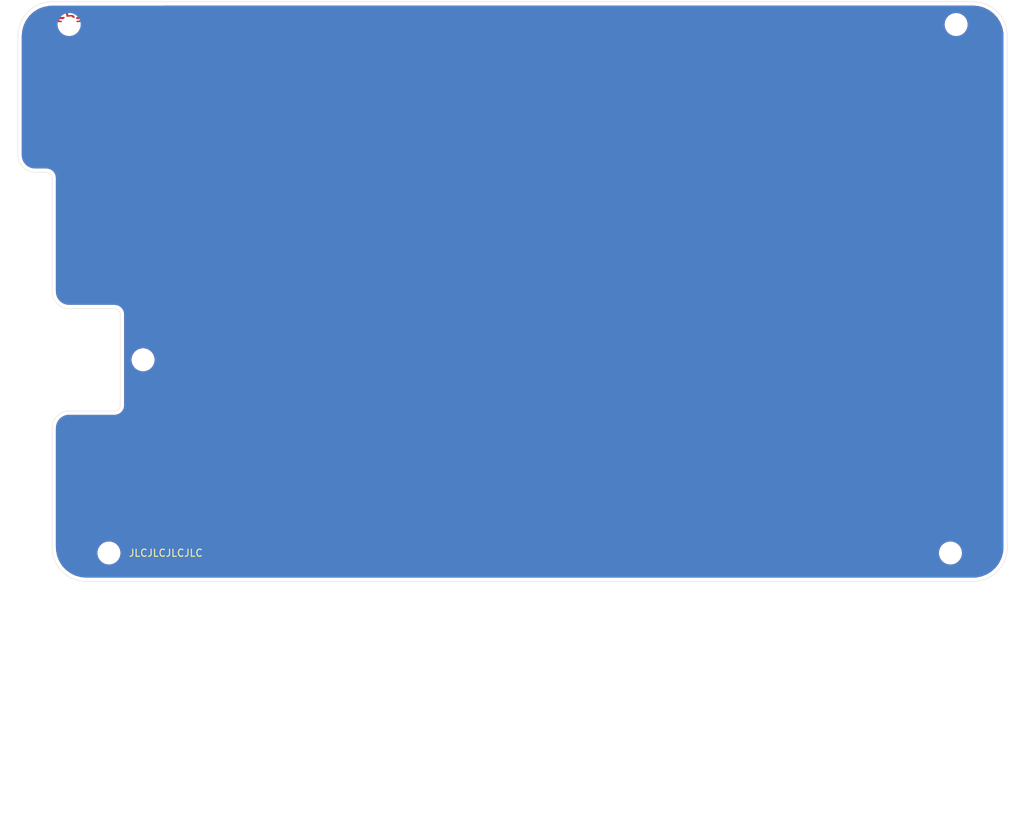
<source format=kicad_pcb>
(kicad_pcb (version 20171130) (host pcbnew 5.1.9)
  (layers (0 F.Cu signal) (31 B.Cu signal) (34 B.Paste user) (35 F.Paste user) (36 B.SilkS user) (37 F.SilkS user) (38 B.Mask user) (39 F.Mask user) (44 Edge.Cuts user))
  (net 0 "")
  (module split45:split45 (layer B.Cu) (at 65.88125 45.24375 180)
    (fp_text reference G*** hide)
    (fp_text value LOGO hide)
  )
  (module split45:logo (layer B.Cu) (at 119.0625 54.76875 180)
    (fp_text reference G*** hide)
    (fp_text value LOGO hide)
  )
  (module split45:withlove (layer B.Cu) (at 54.76875 80.16875 180)
    (fp_text reference G*** hide)
    (fp_text value LOGO hide)
  )
  (module split45:leftpaw (layer F.Cu) (at 67.46875 127)
    (fp_text reference G*** hide)
    (fp_text value LOGO hide)
  )
  (module split45:leftpaw (layer F.Cu) (at 46.0375 103.98125)
    (fp_text reference G*** hide)
    (fp_text value LOGO hide)
  )
  (module split45:leftpaw (layer F.Cu) (at 43.65625 100.0125)
    (fp_text reference G*** hide)
    (fp_text value LOGO hide)
  )
  (module MountingHole:MountingHole_2.2mm_M2 (layer F.Cu) (at 29.36875 91.28125)
    (fp_text reference REF** hide)
    (fp_text value MountingHole_2.2mm_M2)
    (pad 1 np_thru_hole circle (at 0 0) (size 2.2 2.2) (drill 2.2) (layers *.Cu *.Mask))
  )
  (module MountingHole:MountingHole_2.2mm_M2 (layer F.Cu) (at 34.13125 64.29375)
    (fp_text reference REF** hide)
    (fp_text value MountingHole_2.2mm_M2)
    (pad 1 np_thru_hole circle (at 0 0) (size 2.2 2.2) (drill 2.2) (layers *.Cu *.Mask))
  )
  (module MountingHole:MountingHole_2.2mm_M2 (layer F.Cu) (at 23.8125 17.4625)
    (fp_text reference REF** hide)
    (fp_text value MountingHole_2.2mm_M2)
    (pad 1 np_thru_hole circle (at 0 0) (size 2.2 2.2) (drill 2.2) (layers *.Cu *.Mask))
  )
  (module MountingHole:MountingHole_2.2mm_M2 (layer F.Cu) (at 147.6375 17.4625)
    (fp_text reference REF** hide)
    (fp_text value MountingHole_2.2mm_M2)
    (pad 1 np_thru_hole circle (at 0 0) (size 2.2 2.2) (drill 2.2) (layers *.Cu *.Mask))
  )
  (module MountingHole:MountingHole_2.2mm_M2 (layer F.Cu) (at 146.84375 91.28125)
    (fp_text reference REF** hide)
    (fp_text value MountingHole_2.2mm_M2)
    (pad 1 np_thru_hole circle (at 0 0) (size 2.2 2.2) (drill 2.2) (layers *.Cu *.Mask))
  )
  (gr_text JLCJLCJLCJLC (at 37.30625 91.28125) (layer F.SilkS) (effects (font (size 1 1))))
  (gr_text JLCJLCJLCJLC (at 28.575 15.875) (layer F.Cu) (effects (font (size 1.5 1.5) (thickness 0.3))))
  (gr_text JLCJLCJLCJLC (at 28.575 16.66875) (layer F.Cu) (effects (font (size 0.8 1.5) (thickness 0.2))))
  (gr_arc (start 20.6375 38.89375) (end 21.43125 38.89375) (angle -90) (layer Edge.Cuts) (width 0.05))
  (gr_arc (start 19.05 35.71875) (end 16.66875 35.71875) (angle -90) (layer Edge.Cuts) (width 0.05))
  (gr_arc (start 150.01875 90.4875) (end 150.01875 95.25) (angle -90) (layer Edge.Cuts) (width 0.05))
  (gr_line (start 23.8125 71.4375) (end 30.1625 71.4375) (layer Edge.Cuts) (width 0.05))
  (gr_arc (start 150.01875 19.05) (end 154.78125 19.05) (angle -90) (layer Edge.Cuts) (width 0.05))
  (gr_line (start 150.01875 95.25) (end 26.19375 95.25) (layer Edge.Cuts) (width 0.05))
  (gr_line (start 16.66875 19.05) (end 16.66875 35.71875) (layer Edge.Cuts) (width 0.05))
  (gr_line (start 21.43125 54.76875) (end 21.43125 38.89375) (layer Edge.Cuts) (width 0.05))
  (gr_arc (start 30.1625 57.94375) (end 30.95625 57.94375) (angle -90) (layer Edge.Cuts) (width 0.05))
  (gr_arc (start 26.19375 90.4875) (end 21.43125 90.4875) (angle -90) (layer Edge.Cuts) (width 0.05))
  (gr_arc (start 23.8125 73.81875) (end 23.8125 71.4375) (angle -90) (layer Edge.Cuts) (width 0.05))
  (gr_line (start 23.8125 57.15) (end 30.1625 57.15) (layer Edge.Cuts) (width 0.05))
  (gr_arc (start 30.1625 70.64375) (end 30.1625 71.4375) (angle -90) (layer Edge.Cuts) (width 0.05))
  (gr_line (start 30.95625 57.94375) (end 30.95625 70.64375) (layer Edge.Cuts) (width 0.05))
  (gr_arc (start 23.8125 54.76875) (end 21.43125 54.76875) (angle -90) (layer Edge.Cuts) (width 0.05))
  (gr_arc (start 21.43125 19.05) (end 21.43125 14.2875) (angle -90) (layer Edge.Cuts) (width 0.05))
  (gr_line (start 21.43125 73.81875) (end 21.43125 90.4875) (layer Edge.Cuts) (width 0.05))
  (gr_line (start 154.78125 19.05) (end 154.78125 90.4875) (layer Edge.Cuts) (width 0.05))
  (gr_line (start 21.43125 14.2875) (end 150.01875 14.2875) (layer Edge.Cuts) (width 0.05))
  (gr_line (start 19.05 38.1) (end 20.6375 38.1) (layer Edge.Cuts) (width 0.05))
  (zone (net 0) (net_name "") (layer B.Cu) (connect_pads (clearance 0.508)) (min_thickness 0.254) (fill yes (arc_segments 32) (thermal_gap 0.508) (thermal_bridge_width 0.508))
    (polygon (pts (xy 155.5115 97.3455) (xy 20.2565 96.8375) (xy 20.2565 40.5765) (xy 14.1605 40.8305) (xy 14.6685 14.6685) (xy 155.6385 14.2875)))
  )
  (zone (net 0) (net_name "") (layer F.Cu) (connect_pads (clearance 0.508)) (min_thickness 0.254) (fill yes (arc_segments 32) (thermal_gap 0.508) (thermal_bridge_width 0.508))
    (polygon (pts (xy 155.2575 14.2875) (xy 154.8765 96.7105) (xy 20.2565 97.4725) (xy 20.6375 40.5765) (xy 15.0495 41.2115) (xy 15.3035 14.2875) (xy 155.2575 14.0335)))
  )
)
</source>
